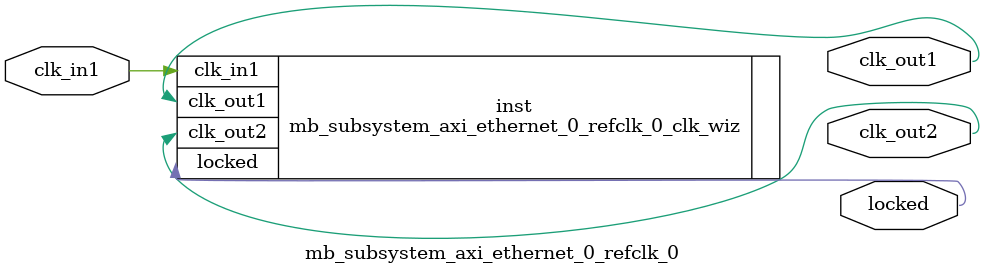
<source format=v>


`timescale 1ps/1ps

(* CORE_GENERATION_INFO = "mb_subsystem_axi_ethernet_0_refclk_0,clk_wiz_v5_4_2_0,{component_name=mb_subsystem_axi_ethernet_0_refclk_0,use_phase_alignment=true,use_min_o_jitter=false,use_max_i_jitter=false,use_dyn_phase_shift=false,use_inclk_switchover=false,use_dyn_reconfig=false,enable_axi=0,feedback_source=FDBK_AUTO,PRIMITIVE=MMCM,num_out_clk=2,clkin1_period=10.000,clkin2_period=10.000,use_power_down=false,use_reset=false,use_locked=true,use_inclk_stopped=false,feedback_type=SINGLE,CLOCK_MGR_TYPE=NA,manual_override=false}" *)

module mb_subsystem_axi_ethernet_0_refclk_0 
 (
  // Clock out ports
  output        clk_out1,
  output        clk_out2,
  // Status and control signals
  output        locked,
 // Clock in ports
  input         clk_in1
 );

  mb_subsystem_axi_ethernet_0_refclk_0_clk_wiz inst
  (
  // Clock out ports  
  .clk_out1(clk_out1),
  .clk_out2(clk_out2),
  // Status and control signals               
  .locked(locked),
 // Clock in ports
  .clk_in1(clk_in1)
  );

endmodule

</source>
